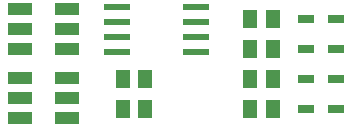
<source format=gtp>
G75*
%MOIN*%
%OFA0B0*%
%FSLAX24Y24*%
%IPPOS*%
%LPD*%
%AMOC8*
5,1,8,0,0,1.08239X$1,22.5*
%
%ADD10R,0.0512X0.0591*%
%ADD11R,0.0531X0.0315*%
%ADD12R,0.0870X0.0240*%
%ADD13R,0.0787X0.0433*%
D10*
X005806Y001542D03*
X006554Y001542D03*
X006554Y002542D03*
X005806Y002542D03*
X010056Y002542D03*
X010804Y002542D03*
X010804Y001542D03*
X010056Y001542D03*
X010056Y003542D03*
X010804Y003542D03*
X010804Y004542D03*
X010056Y004542D03*
D11*
X011930Y004542D03*
X012930Y004542D03*
X012930Y003542D03*
X011930Y003542D03*
X011930Y002542D03*
X012930Y002542D03*
X012930Y001542D03*
X011930Y001542D03*
D12*
X008260Y003442D03*
X008260Y003942D03*
X008260Y004442D03*
X008260Y004942D03*
X005610Y004942D03*
X005610Y004442D03*
X005610Y003942D03*
X005610Y003442D03*
D13*
X002393Y001213D03*
X003967Y001213D03*
X003967Y001882D03*
X002393Y001882D03*
X002393Y002551D03*
X003967Y002551D03*
X003967Y003523D03*
X002393Y003523D03*
X002393Y004192D03*
X003967Y004192D03*
X003967Y004861D03*
X002393Y004861D03*
M02*

</source>
